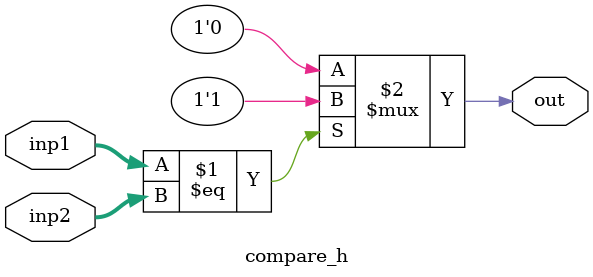
<source format=v>

/*
	compare 2 numbers inp1 and inp2
*/
module compare_h 
	#(
	parameter WIDTH=10
	)
	(
	input [WIDTH-1: 0] 	inp1,
	input [WIDTH-1: 0] 	inp2,
	output 					out
	);
	assign out = (inp1 == inp2)? 1'b1 : 1'b0;
endmodule

</source>
